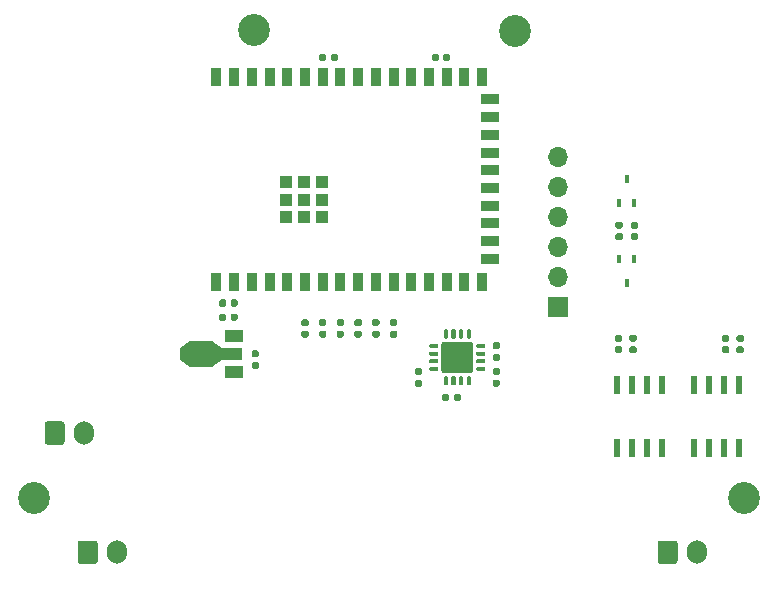
<source format=gbr>
%TF.GenerationSoftware,KiCad,Pcbnew,(5.1.9-0-10_14)*%
%TF.CreationDate,2021-03-21T21:38:48+11:00*%
%TF.ProjectId,Control Board,436f6e74-726f-46c2-9042-6f6172642e6b,rev?*%
%TF.SameCoordinates,Original*%
%TF.FileFunction,Soldermask,Top*%
%TF.FilePolarity,Negative*%
%FSLAX46Y46*%
G04 Gerber Fmt 4.6, Leading zero omitted, Abs format (unit mm)*
G04 Created by KiCad (PCBNEW (5.1.9-0-10_14)) date 2021-03-21 21:38:48*
%MOMM*%
%LPD*%
G01*
G04 APERTURE LIST*
%ADD10C,2.700000*%
%ADD11O,1.700000X1.700000*%
%ADD12R,1.700000X1.700000*%
%ADD13R,0.600000X1.550000*%
%ADD14R,1.100000X1.100000*%
%ADD15R,1.500000X0.900000*%
%ADD16R,0.900000X1.500000*%
%ADD17C,0.100000*%
%ADD18R,1.500000X1.000000*%
%ADD19R,1.800000X1.000000*%
%ADD20R,1.840000X2.200000*%
%ADD21R,0.450000X0.700000*%
%ADD22O,1.700000X2.000000*%
G04 APERTURE END LIST*
D10*
%TO.C,REF\u002A\u002A*%
X139300000Y-142000000D03*
%TD*%
%TO.C,REF\u002A\u002A*%
X79200000Y-142000000D03*
%TD*%
%TO.C,REF\u002A\u002A*%
X119900000Y-102500000D03*
%TD*%
%TO.C,REF\u002A\u002A*%
X97800000Y-102400000D03*
%TD*%
%TO.C,U1*%
G36*
G01*
X116150000Y-131787500D02*
X116150000Y-132387500D01*
G75*
G02*
X116062500Y-132475000I-87500J0D01*
G01*
X115887500Y-132475000D01*
G75*
G02*
X115800000Y-132387500I0J87500D01*
G01*
X115800000Y-131787500D01*
G75*
G02*
X115887500Y-131700000I87500J0D01*
G01*
X116062500Y-131700000D01*
G75*
G02*
X116150000Y-131787500I0J-87500D01*
G01*
G37*
G36*
G01*
X115500000Y-131787500D02*
X115500000Y-132387500D01*
G75*
G02*
X115412500Y-132475000I-87500J0D01*
G01*
X115237500Y-132475000D01*
G75*
G02*
X115150000Y-132387500I0J87500D01*
G01*
X115150000Y-131787500D01*
G75*
G02*
X115237500Y-131700000I87500J0D01*
G01*
X115412500Y-131700000D01*
G75*
G02*
X115500000Y-131787500I0J-87500D01*
G01*
G37*
G36*
G01*
X114850000Y-131787500D02*
X114850000Y-132387500D01*
G75*
G02*
X114762500Y-132475000I-87500J0D01*
G01*
X114587500Y-132475000D01*
G75*
G02*
X114500000Y-132387500I0J87500D01*
G01*
X114500000Y-131787500D01*
G75*
G02*
X114587500Y-131700000I87500J0D01*
G01*
X114762500Y-131700000D01*
G75*
G02*
X114850000Y-131787500I0J-87500D01*
G01*
G37*
G36*
G01*
X114200000Y-131787500D02*
X114200000Y-132387500D01*
G75*
G02*
X114112500Y-132475000I-87500J0D01*
G01*
X113937500Y-132475000D01*
G75*
G02*
X113850000Y-132387500I0J87500D01*
G01*
X113850000Y-131787500D01*
G75*
G02*
X113937500Y-131700000I87500J0D01*
G01*
X114112500Y-131700000D01*
G75*
G02*
X114200000Y-131787500I0J-87500D01*
G01*
G37*
G36*
G01*
X113400000Y-130987500D02*
X113400000Y-131162500D01*
G75*
G02*
X113312500Y-131250000I-87500J0D01*
G01*
X112712500Y-131250000D01*
G75*
G02*
X112625000Y-131162500I0J87500D01*
G01*
X112625000Y-130987500D01*
G75*
G02*
X112712500Y-130900000I87500J0D01*
G01*
X113312500Y-130900000D01*
G75*
G02*
X113400000Y-130987500I0J-87500D01*
G01*
G37*
G36*
G01*
X113400000Y-130337500D02*
X113400000Y-130512500D01*
G75*
G02*
X113312500Y-130600000I-87500J0D01*
G01*
X112712500Y-130600000D01*
G75*
G02*
X112625000Y-130512500I0J87500D01*
G01*
X112625000Y-130337500D01*
G75*
G02*
X112712500Y-130250000I87500J0D01*
G01*
X113312500Y-130250000D01*
G75*
G02*
X113400000Y-130337500I0J-87500D01*
G01*
G37*
G36*
G01*
X113400000Y-129687500D02*
X113400000Y-129862500D01*
G75*
G02*
X113312500Y-129950000I-87500J0D01*
G01*
X112712500Y-129950000D01*
G75*
G02*
X112625000Y-129862500I0J87500D01*
G01*
X112625000Y-129687500D01*
G75*
G02*
X112712500Y-129600000I87500J0D01*
G01*
X113312500Y-129600000D01*
G75*
G02*
X113400000Y-129687500I0J-87500D01*
G01*
G37*
G36*
G01*
X113400000Y-129037500D02*
X113400000Y-129212500D01*
G75*
G02*
X113312500Y-129300000I-87500J0D01*
G01*
X112712500Y-129300000D01*
G75*
G02*
X112625000Y-129212500I0J87500D01*
G01*
X112625000Y-129037500D01*
G75*
G02*
X112712500Y-128950000I87500J0D01*
G01*
X113312500Y-128950000D01*
G75*
G02*
X113400000Y-129037500I0J-87500D01*
G01*
G37*
G36*
G01*
X114200000Y-127812500D02*
X114200000Y-128412500D01*
G75*
G02*
X114112500Y-128500000I-87500J0D01*
G01*
X113937500Y-128500000D01*
G75*
G02*
X113850000Y-128412500I0J87500D01*
G01*
X113850000Y-127812500D01*
G75*
G02*
X113937500Y-127725000I87500J0D01*
G01*
X114112500Y-127725000D01*
G75*
G02*
X114200000Y-127812500I0J-87500D01*
G01*
G37*
G36*
G01*
X114850000Y-127812500D02*
X114850000Y-128412500D01*
G75*
G02*
X114762500Y-128500000I-87500J0D01*
G01*
X114587500Y-128500000D01*
G75*
G02*
X114500000Y-128412500I0J87500D01*
G01*
X114500000Y-127812500D01*
G75*
G02*
X114587500Y-127725000I87500J0D01*
G01*
X114762500Y-127725000D01*
G75*
G02*
X114850000Y-127812500I0J-87500D01*
G01*
G37*
G36*
G01*
X115500000Y-127812500D02*
X115500000Y-128412500D01*
G75*
G02*
X115412500Y-128500000I-87500J0D01*
G01*
X115237500Y-128500000D01*
G75*
G02*
X115150000Y-128412500I0J87500D01*
G01*
X115150000Y-127812500D01*
G75*
G02*
X115237500Y-127725000I87500J0D01*
G01*
X115412500Y-127725000D01*
G75*
G02*
X115500000Y-127812500I0J-87500D01*
G01*
G37*
G36*
G01*
X116150000Y-127812500D02*
X116150000Y-128412500D01*
G75*
G02*
X116062500Y-128500000I-87500J0D01*
G01*
X115887500Y-128500000D01*
G75*
G02*
X115800000Y-128412500I0J87500D01*
G01*
X115800000Y-127812500D01*
G75*
G02*
X115887500Y-127725000I87500J0D01*
G01*
X116062500Y-127725000D01*
G75*
G02*
X116150000Y-127812500I0J-87500D01*
G01*
G37*
G36*
G01*
X117375000Y-129037500D02*
X117375000Y-129212500D01*
G75*
G02*
X117287500Y-129300000I-87500J0D01*
G01*
X116687500Y-129300000D01*
G75*
G02*
X116600000Y-129212500I0J87500D01*
G01*
X116600000Y-129037500D01*
G75*
G02*
X116687500Y-128950000I87500J0D01*
G01*
X117287500Y-128950000D01*
G75*
G02*
X117375000Y-129037500I0J-87500D01*
G01*
G37*
G36*
G01*
X117375000Y-129687500D02*
X117375000Y-129862500D01*
G75*
G02*
X117287500Y-129950000I-87500J0D01*
G01*
X116687500Y-129950000D01*
G75*
G02*
X116600000Y-129862500I0J87500D01*
G01*
X116600000Y-129687500D01*
G75*
G02*
X116687500Y-129600000I87500J0D01*
G01*
X117287500Y-129600000D01*
G75*
G02*
X117375000Y-129687500I0J-87500D01*
G01*
G37*
G36*
G01*
X117375000Y-130337500D02*
X117375000Y-130512500D01*
G75*
G02*
X117287500Y-130600000I-87500J0D01*
G01*
X116687500Y-130600000D01*
G75*
G02*
X116600000Y-130512500I0J87500D01*
G01*
X116600000Y-130337500D01*
G75*
G02*
X116687500Y-130250000I87500J0D01*
G01*
X117287500Y-130250000D01*
G75*
G02*
X117375000Y-130337500I0J-87500D01*
G01*
G37*
G36*
G01*
X117375000Y-130987500D02*
X117375000Y-131162500D01*
G75*
G02*
X117287500Y-131250000I-87500J0D01*
G01*
X116687500Y-131250000D01*
G75*
G02*
X116600000Y-131162500I0J87500D01*
G01*
X116600000Y-130987500D01*
G75*
G02*
X116687500Y-130900000I87500J0D01*
G01*
X117287500Y-130900000D01*
G75*
G02*
X117375000Y-130987500I0J-87500D01*
G01*
G37*
G36*
G01*
X116350000Y-129000001D02*
X116350000Y-131199999D01*
G75*
G02*
X116099999Y-131450000I-250001J0D01*
G01*
X113900001Y-131450000D01*
G75*
G02*
X113650000Y-131199999I0J250001D01*
G01*
X113650000Y-129000001D01*
G75*
G02*
X113900001Y-128750000I250001J0D01*
G01*
X116099999Y-128750000D01*
G75*
G02*
X116350000Y-129000001I0J-250001D01*
G01*
G37*
%TD*%
%TO.C,C2*%
G36*
G01*
X97727500Y-129505000D02*
X98072500Y-129505000D01*
G75*
G02*
X98220000Y-129652500I0J-147500D01*
G01*
X98220000Y-129947500D01*
G75*
G02*
X98072500Y-130095000I-147500J0D01*
G01*
X97727500Y-130095000D01*
G75*
G02*
X97580000Y-129947500I0J147500D01*
G01*
X97580000Y-129652500D01*
G75*
G02*
X97727500Y-129505000I147500J0D01*
G01*
G37*
G36*
G01*
X97727500Y-130475000D02*
X98072500Y-130475000D01*
G75*
G02*
X98220000Y-130622500I0J-147500D01*
G01*
X98220000Y-130917500D01*
G75*
G02*
X98072500Y-131065000I-147500J0D01*
G01*
X97727500Y-131065000D01*
G75*
G02*
X97580000Y-130917500I0J147500D01*
G01*
X97580000Y-130622500D01*
G75*
G02*
X97727500Y-130475000I147500J0D01*
G01*
G37*
%TD*%
D11*
%TO.C,J1*%
X123500000Y-113120000D03*
X123500000Y-115660000D03*
X123500000Y-118200000D03*
X123500000Y-120740000D03*
X123500000Y-123280000D03*
D12*
X123500000Y-125820000D03*
%TD*%
D13*
%TO.C,Q4*%
X138870000Y-132400000D03*
X137600000Y-132400000D03*
X136330000Y-132400000D03*
X135060000Y-132400000D03*
X135060000Y-137800000D03*
X136330000Y-137800000D03*
X137600000Y-137800000D03*
X138870000Y-137800000D03*
%TD*%
%TO.C,Q1*%
X132340000Y-137800000D03*
X131070000Y-137800000D03*
X129800000Y-137800000D03*
X128530000Y-137800000D03*
X128530000Y-132400000D03*
X129800000Y-132400000D03*
X131070000Y-132400000D03*
X132340000Y-132400000D03*
%TD*%
%TO.C,R1*%
G36*
G01*
X111527500Y-131990000D02*
X111872500Y-131990000D01*
G75*
G02*
X112020000Y-132137500I0J-147500D01*
G01*
X112020000Y-132432500D01*
G75*
G02*
X111872500Y-132580000I-147500J0D01*
G01*
X111527500Y-132580000D01*
G75*
G02*
X111380000Y-132432500I0J147500D01*
G01*
X111380000Y-132137500D01*
G75*
G02*
X111527500Y-131990000I147500J0D01*
G01*
G37*
G36*
G01*
X111527500Y-131020000D02*
X111872500Y-131020000D01*
G75*
G02*
X112020000Y-131167500I0J-147500D01*
G01*
X112020000Y-131462500D01*
G75*
G02*
X111872500Y-131610000I-147500J0D01*
G01*
X111527500Y-131610000D01*
G75*
G02*
X111380000Y-131462500I0J147500D01*
G01*
X111380000Y-131167500D01*
G75*
G02*
X111527500Y-131020000I147500J0D01*
G01*
G37*
%TD*%
D14*
%TO.C,U3*%
X103500000Y-115240000D03*
X103500000Y-116740000D03*
X103500000Y-118240000D03*
X102000000Y-115240000D03*
X102000000Y-116740000D03*
X102000000Y-118240000D03*
X100500000Y-115240000D03*
X100500000Y-116740000D03*
X100500000Y-118240000D03*
D15*
X117800000Y-108250000D03*
X117800000Y-109750000D03*
X117800000Y-111250000D03*
X117800000Y-112750000D03*
X117800000Y-114250000D03*
X117800000Y-115750000D03*
X117800000Y-117250000D03*
X117800000Y-118750000D03*
X117800000Y-120250000D03*
X117800000Y-121750000D03*
D16*
X117100000Y-106350000D03*
X117100000Y-123750000D03*
X115600000Y-106350000D03*
X115600000Y-123750000D03*
X114100000Y-106350000D03*
X114100000Y-123750000D03*
X112600000Y-106350000D03*
X112600000Y-123750000D03*
X111100000Y-106350000D03*
X111100000Y-123750000D03*
X109600000Y-106350000D03*
X109600000Y-123750000D03*
X108100000Y-106350000D03*
X108100000Y-123750000D03*
X106600000Y-106350000D03*
X106600000Y-123750000D03*
X105100000Y-106350000D03*
X105100000Y-123750000D03*
X103600000Y-106350000D03*
X103600000Y-123750000D03*
X102100000Y-106350000D03*
X102100000Y-123750000D03*
X100600000Y-106350000D03*
X100600000Y-123750000D03*
X99100000Y-106350000D03*
X99100000Y-123750000D03*
X97600000Y-106350000D03*
X97600000Y-123750000D03*
X96100000Y-106350000D03*
X96100000Y-123750000D03*
X94600000Y-106350000D03*
X94600000Y-123750000D03*
%TD*%
%TO.C,C1*%
G36*
G01*
X118472500Y-129410000D02*
X118127500Y-129410000D01*
G75*
G02*
X117980000Y-129262500I0J147500D01*
G01*
X117980000Y-128967500D01*
G75*
G02*
X118127500Y-128820000I147500J0D01*
G01*
X118472500Y-128820000D01*
G75*
G02*
X118620000Y-128967500I0J-147500D01*
G01*
X118620000Y-129262500D01*
G75*
G02*
X118472500Y-129410000I-147500J0D01*
G01*
G37*
G36*
G01*
X118472500Y-130380000D02*
X118127500Y-130380000D01*
G75*
G02*
X117980000Y-130232500I0J147500D01*
G01*
X117980000Y-129937500D01*
G75*
G02*
X118127500Y-129790000I147500J0D01*
G01*
X118472500Y-129790000D01*
G75*
G02*
X118620000Y-129937500I0J-147500D01*
G01*
X118620000Y-130232500D01*
G75*
G02*
X118472500Y-130380000I-147500J0D01*
G01*
G37*
%TD*%
%TO.C,C4*%
G36*
G01*
X96395000Y-125327500D02*
X96395000Y-125672500D01*
G75*
G02*
X96247500Y-125820000I-147500J0D01*
G01*
X95952500Y-125820000D01*
G75*
G02*
X95805000Y-125672500I0J147500D01*
G01*
X95805000Y-125327500D01*
G75*
G02*
X95952500Y-125180000I147500J0D01*
G01*
X96247500Y-125180000D01*
G75*
G02*
X96395000Y-125327500I0J-147500D01*
G01*
G37*
G36*
G01*
X95425000Y-125327500D02*
X95425000Y-125672500D01*
G75*
G02*
X95277500Y-125820000I-147500J0D01*
G01*
X94982500Y-125820000D01*
G75*
G02*
X94835000Y-125672500I0J147500D01*
G01*
X94835000Y-125327500D01*
G75*
G02*
X94982500Y-125180000I147500J0D01*
G01*
X95277500Y-125180000D01*
G75*
G02*
X95425000Y-125327500I0J-147500D01*
G01*
G37*
%TD*%
%TO.C,C5*%
G36*
G01*
X96395000Y-126527500D02*
X96395000Y-126872500D01*
G75*
G02*
X96247500Y-127020000I-147500J0D01*
G01*
X95952500Y-127020000D01*
G75*
G02*
X95805000Y-126872500I0J147500D01*
G01*
X95805000Y-126527500D01*
G75*
G02*
X95952500Y-126380000I147500J0D01*
G01*
X96247500Y-126380000D01*
G75*
G02*
X96395000Y-126527500I0J-147500D01*
G01*
G37*
G36*
G01*
X95425000Y-126527500D02*
X95425000Y-126872500D01*
G75*
G02*
X95277500Y-127020000I-147500J0D01*
G01*
X94982500Y-127020000D01*
G75*
G02*
X94835000Y-126872500I0J147500D01*
G01*
X94835000Y-126527500D01*
G75*
G02*
X94982500Y-126380000I147500J0D01*
G01*
X95277500Y-126380000D01*
G75*
G02*
X95425000Y-126527500I0J-147500D01*
G01*
G37*
%TD*%
%TO.C,R2*%
G36*
G01*
X129707500Y-129158332D02*
X130052500Y-129158332D01*
G75*
G02*
X130200000Y-129305832I0J-147500D01*
G01*
X130200000Y-129600832D01*
G75*
G02*
X130052500Y-129748332I-147500J0D01*
G01*
X129707500Y-129748332D01*
G75*
G02*
X129560000Y-129600832I0J147500D01*
G01*
X129560000Y-129305832D01*
G75*
G02*
X129707500Y-129158332I147500J0D01*
G01*
G37*
G36*
G01*
X129707500Y-128188332D02*
X130052500Y-128188332D01*
G75*
G02*
X130200000Y-128335832I0J-147500D01*
G01*
X130200000Y-128630832D01*
G75*
G02*
X130052500Y-128778332I-147500J0D01*
G01*
X129707500Y-128778332D01*
G75*
G02*
X129560000Y-128630832I0J147500D01*
G01*
X129560000Y-128335832D01*
G75*
G02*
X129707500Y-128188332I147500J0D01*
G01*
G37*
%TD*%
%TO.C,R3*%
G36*
G01*
X128822500Y-128778332D02*
X128477500Y-128778332D01*
G75*
G02*
X128330000Y-128630832I0J147500D01*
G01*
X128330000Y-128335832D01*
G75*
G02*
X128477500Y-128188332I147500J0D01*
G01*
X128822500Y-128188332D01*
G75*
G02*
X128970000Y-128335832I0J-147500D01*
G01*
X128970000Y-128630832D01*
G75*
G02*
X128822500Y-128778332I-147500J0D01*
G01*
G37*
G36*
G01*
X128822500Y-129748332D02*
X128477500Y-129748332D01*
G75*
G02*
X128330000Y-129600832I0J147500D01*
G01*
X128330000Y-129305832D01*
G75*
G02*
X128477500Y-129158332I147500J0D01*
G01*
X128822500Y-129158332D01*
G75*
G02*
X128970000Y-129305832I0J-147500D01*
G01*
X128970000Y-129600832D01*
G75*
G02*
X128822500Y-129748332I-147500J0D01*
G01*
G37*
%TD*%
%TO.C,R4*%
G36*
G01*
X113425000Y-104527500D02*
X113425000Y-104872500D01*
G75*
G02*
X113277500Y-105020000I-147500J0D01*
G01*
X112982500Y-105020000D01*
G75*
G02*
X112835000Y-104872500I0J147500D01*
G01*
X112835000Y-104527500D01*
G75*
G02*
X112982500Y-104380000I147500J0D01*
G01*
X113277500Y-104380000D01*
G75*
G02*
X113425000Y-104527500I0J-147500D01*
G01*
G37*
G36*
G01*
X114395000Y-104527500D02*
X114395000Y-104872500D01*
G75*
G02*
X114247500Y-105020000I-147500J0D01*
G01*
X113952500Y-105020000D01*
G75*
G02*
X113805000Y-104872500I0J147500D01*
G01*
X113805000Y-104527500D01*
G75*
G02*
X113952500Y-104380000I147500J0D01*
G01*
X114247500Y-104380000D01*
G75*
G02*
X114395000Y-104527500I0J-147500D01*
G01*
G37*
%TD*%
%TO.C,R5*%
G36*
G01*
X104865000Y-104527500D02*
X104865000Y-104872500D01*
G75*
G02*
X104717500Y-105020000I-147500J0D01*
G01*
X104422500Y-105020000D01*
G75*
G02*
X104275000Y-104872500I0J147500D01*
G01*
X104275000Y-104527500D01*
G75*
G02*
X104422500Y-104380000I147500J0D01*
G01*
X104717500Y-104380000D01*
G75*
G02*
X104865000Y-104527500I0J-147500D01*
G01*
G37*
G36*
G01*
X103895000Y-104527500D02*
X103895000Y-104872500D01*
G75*
G02*
X103747500Y-105020000I-147500J0D01*
G01*
X103452500Y-105020000D01*
G75*
G02*
X103305000Y-104872500I0J147500D01*
G01*
X103305000Y-104527500D01*
G75*
G02*
X103452500Y-104380000I147500J0D01*
G01*
X103747500Y-104380000D01*
G75*
G02*
X103895000Y-104527500I0J-147500D01*
G01*
G37*
%TD*%
%TO.C,R6*%
G36*
G01*
X138777500Y-128188332D02*
X139122500Y-128188332D01*
G75*
G02*
X139270000Y-128335832I0J-147500D01*
G01*
X139270000Y-128630832D01*
G75*
G02*
X139122500Y-128778332I-147500J0D01*
G01*
X138777500Y-128778332D01*
G75*
G02*
X138630000Y-128630832I0J147500D01*
G01*
X138630000Y-128335832D01*
G75*
G02*
X138777500Y-128188332I147500J0D01*
G01*
G37*
G36*
G01*
X138777500Y-129158332D02*
X139122500Y-129158332D01*
G75*
G02*
X139270000Y-129305832I0J-147500D01*
G01*
X139270000Y-129600832D01*
G75*
G02*
X139122500Y-129748332I-147500J0D01*
G01*
X138777500Y-129748332D01*
G75*
G02*
X138630000Y-129600832I0J147500D01*
G01*
X138630000Y-129305832D01*
G75*
G02*
X138777500Y-129158332I147500J0D01*
G01*
G37*
%TD*%
%TO.C,R7*%
G36*
G01*
X128872500Y-120165000D02*
X128527500Y-120165000D01*
G75*
G02*
X128380000Y-120017500I0J147500D01*
G01*
X128380000Y-119722500D01*
G75*
G02*
X128527500Y-119575000I147500J0D01*
G01*
X128872500Y-119575000D01*
G75*
G02*
X129020000Y-119722500I0J-147500D01*
G01*
X129020000Y-120017500D01*
G75*
G02*
X128872500Y-120165000I-147500J0D01*
G01*
G37*
G36*
G01*
X128872500Y-119195000D02*
X128527500Y-119195000D01*
G75*
G02*
X128380000Y-119047500I0J147500D01*
G01*
X128380000Y-118752500D01*
G75*
G02*
X128527500Y-118605000I147500J0D01*
G01*
X128872500Y-118605000D01*
G75*
G02*
X129020000Y-118752500I0J-147500D01*
G01*
X129020000Y-119047500D01*
G75*
G02*
X128872500Y-119195000I-147500J0D01*
G01*
G37*
%TD*%
%TO.C,R8*%
G36*
G01*
X129827500Y-119575000D02*
X130172500Y-119575000D01*
G75*
G02*
X130320000Y-119722500I0J-147500D01*
G01*
X130320000Y-120017500D01*
G75*
G02*
X130172500Y-120165000I-147500J0D01*
G01*
X129827500Y-120165000D01*
G75*
G02*
X129680000Y-120017500I0J147500D01*
G01*
X129680000Y-119722500D01*
G75*
G02*
X129827500Y-119575000I147500J0D01*
G01*
G37*
G36*
G01*
X129827500Y-118605000D02*
X130172500Y-118605000D01*
G75*
G02*
X130320000Y-118752500I0J-147500D01*
G01*
X130320000Y-119047500D01*
G75*
G02*
X130172500Y-119195000I-147500J0D01*
G01*
X129827500Y-119195000D01*
G75*
G02*
X129680000Y-119047500I0J147500D01*
G01*
X129680000Y-118752500D01*
G75*
G02*
X129827500Y-118605000I147500J0D01*
G01*
G37*
%TD*%
%TO.C,R9*%
G36*
G01*
X137547500Y-128188332D02*
X137892500Y-128188332D01*
G75*
G02*
X138040000Y-128335832I0J-147500D01*
G01*
X138040000Y-128630832D01*
G75*
G02*
X137892500Y-128778332I-147500J0D01*
G01*
X137547500Y-128778332D01*
G75*
G02*
X137400000Y-128630832I0J147500D01*
G01*
X137400000Y-128335832D01*
G75*
G02*
X137547500Y-128188332I147500J0D01*
G01*
G37*
G36*
G01*
X137547500Y-129158332D02*
X137892500Y-129158332D01*
G75*
G02*
X138040000Y-129305832I0J-147500D01*
G01*
X138040000Y-129600832D01*
G75*
G02*
X137892500Y-129748332I-147500J0D01*
G01*
X137547500Y-129748332D01*
G75*
G02*
X137400000Y-129600832I0J147500D01*
G01*
X137400000Y-129305832D01*
G75*
G02*
X137547500Y-129158332I147500J0D01*
G01*
G37*
%TD*%
D17*
%TO.C,U2*%
G36*
X92378000Y-130900000D02*
G01*
X91528000Y-130300000D01*
X91528000Y-129300000D01*
X92378000Y-128700000D01*
X92378000Y-130900000D01*
G37*
D18*
X96100000Y-131300000D03*
D19*
X95953500Y-129800000D03*
D18*
X96100000Y-128300000D03*
D20*
X93286500Y-129800000D03*
D17*
G36*
X94196200Y-128700000D02*
G01*
X95196200Y-129400000D01*
X95196200Y-130200000D01*
X94196200Y-130900000D01*
X94196200Y-128700000D01*
G37*
%TD*%
D21*
%TO.C,Q2*%
X129350000Y-115000000D03*
X130000000Y-117000000D03*
X128700000Y-117000000D03*
%TD*%
%TO.C,Q3*%
X130000000Y-121800000D03*
X128700000Y-121800000D03*
X129350000Y-123800000D03*
%TD*%
%TO.C,M1*%
G36*
G01*
X131950000Y-147350000D02*
X131950000Y-145850000D01*
G75*
G02*
X132200000Y-145600000I250000J0D01*
G01*
X133400000Y-145600000D01*
G75*
G02*
X133650000Y-145850000I0J-250000D01*
G01*
X133650000Y-147350000D01*
G75*
G02*
X133400000Y-147600000I-250000J0D01*
G01*
X132200000Y-147600000D01*
G75*
G02*
X131950000Y-147350000I0J250000D01*
G01*
G37*
D22*
X135300000Y-146600000D03*
%TD*%
%TO.C,BT1*%
G36*
G01*
X82850000Y-147350000D02*
X82850000Y-145850000D01*
G75*
G02*
X83100000Y-145600000I250000J0D01*
G01*
X84300000Y-145600000D01*
G75*
G02*
X84550000Y-145850000I0J-250000D01*
G01*
X84550000Y-147350000D01*
G75*
G02*
X84300000Y-147600000I-250000J0D01*
G01*
X83100000Y-147600000D01*
G75*
G02*
X82850000Y-147350000I0J250000D01*
G01*
G37*
X86200000Y-146600000D03*
%TD*%
%TO.C,J2*%
G36*
G01*
X80050000Y-137250000D02*
X80050000Y-135750000D01*
G75*
G02*
X80300000Y-135500000I250000J0D01*
G01*
X81500000Y-135500000D01*
G75*
G02*
X81750000Y-135750000I0J-250000D01*
G01*
X81750000Y-137250000D01*
G75*
G02*
X81500000Y-137500000I-250000J0D01*
G01*
X80300000Y-137500000D01*
G75*
G02*
X80050000Y-137250000I0J250000D01*
G01*
G37*
X83400000Y-136500000D03*
%TD*%
%TO.C,R10*%
G36*
G01*
X102272500Y-127445000D02*
X101927500Y-127445000D01*
G75*
G02*
X101780000Y-127297500I0J147500D01*
G01*
X101780000Y-127002500D01*
G75*
G02*
X101927500Y-126855000I147500J0D01*
G01*
X102272500Y-126855000D01*
G75*
G02*
X102420000Y-127002500I0J-147500D01*
G01*
X102420000Y-127297500D01*
G75*
G02*
X102272500Y-127445000I-147500J0D01*
G01*
G37*
G36*
G01*
X102272500Y-128415000D02*
X101927500Y-128415000D01*
G75*
G02*
X101780000Y-128267500I0J147500D01*
G01*
X101780000Y-127972500D01*
G75*
G02*
X101927500Y-127825000I147500J0D01*
G01*
X102272500Y-127825000D01*
G75*
G02*
X102420000Y-127972500I0J-147500D01*
G01*
X102420000Y-128267500D01*
G75*
G02*
X102272500Y-128415000I-147500J0D01*
G01*
G37*
%TD*%
%TO.C,R11*%
G36*
G01*
X103772500Y-128415000D02*
X103427500Y-128415000D01*
G75*
G02*
X103280000Y-128267500I0J147500D01*
G01*
X103280000Y-127972500D01*
G75*
G02*
X103427500Y-127825000I147500J0D01*
G01*
X103772500Y-127825000D01*
G75*
G02*
X103920000Y-127972500I0J-147500D01*
G01*
X103920000Y-128267500D01*
G75*
G02*
X103772500Y-128415000I-147500J0D01*
G01*
G37*
G36*
G01*
X103772500Y-127445000D02*
X103427500Y-127445000D01*
G75*
G02*
X103280000Y-127297500I0J147500D01*
G01*
X103280000Y-127002500D01*
G75*
G02*
X103427500Y-126855000I147500J0D01*
G01*
X103772500Y-126855000D01*
G75*
G02*
X103920000Y-127002500I0J-147500D01*
G01*
X103920000Y-127297500D01*
G75*
G02*
X103772500Y-127445000I-147500J0D01*
G01*
G37*
%TD*%
%TO.C,R12*%
G36*
G01*
X105272500Y-127445000D02*
X104927500Y-127445000D01*
G75*
G02*
X104780000Y-127297500I0J147500D01*
G01*
X104780000Y-127002500D01*
G75*
G02*
X104927500Y-126855000I147500J0D01*
G01*
X105272500Y-126855000D01*
G75*
G02*
X105420000Y-127002500I0J-147500D01*
G01*
X105420000Y-127297500D01*
G75*
G02*
X105272500Y-127445000I-147500J0D01*
G01*
G37*
G36*
G01*
X105272500Y-128415000D02*
X104927500Y-128415000D01*
G75*
G02*
X104780000Y-128267500I0J147500D01*
G01*
X104780000Y-127972500D01*
G75*
G02*
X104927500Y-127825000I147500J0D01*
G01*
X105272500Y-127825000D01*
G75*
G02*
X105420000Y-127972500I0J-147500D01*
G01*
X105420000Y-128267500D01*
G75*
G02*
X105272500Y-128415000I-147500J0D01*
G01*
G37*
%TD*%
%TO.C,R13*%
G36*
G01*
X106772500Y-128415000D02*
X106427500Y-128415000D01*
G75*
G02*
X106280000Y-128267500I0J147500D01*
G01*
X106280000Y-127972500D01*
G75*
G02*
X106427500Y-127825000I147500J0D01*
G01*
X106772500Y-127825000D01*
G75*
G02*
X106920000Y-127972500I0J-147500D01*
G01*
X106920000Y-128267500D01*
G75*
G02*
X106772500Y-128415000I-147500J0D01*
G01*
G37*
G36*
G01*
X106772500Y-127445000D02*
X106427500Y-127445000D01*
G75*
G02*
X106280000Y-127297500I0J147500D01*
G01*
X106280000Y-127002500D01*
G75*
G02*
X106427500Y-126855000I147500J0D01*
G01*
X106772500Y-126855000D01*
G75*
G02*
X106920000Y-127002500I0J-147500D01*
G01*
X106920000Y-127297500D01*
G75*
G02*
X106772500Y-127445000I-147500J0D01*
G01*
G37*
%TD*%
%TO.C,R14*%
G36*
G01*
X108272500Y-127445000D02*
X107927500Y-127445000D01*
G75*
G02*
X107780000Y-127297500I0J147500D01*
G01*
X107780000Y-127002500D01*
G75*
G02*
X107927500Y-126855000I147500J0D01*
G01*
X108272500Y-126855000D01*
G75*
G02*
X108420000Y-127002500I0J-147500D01*
G01*
X108420000Y-127297500D01*
G75*
G02*
X108272500Y-127445000I-147500J0D01*
G01*
G37*
G36*
G01*
X108272500Y-128415000D02*
X107927500Y-128415000D01*
G75*
G02*
X107780000Y-128267500I0J147500D01*
G01*
X107780000Y-127972500D01*
G75*
G02*
X107927500Y-127825000I147500J0D01*
G01*
X108272500Y-127825000D01*
G75*
G02*
X108420000Y-127972500I0J-147500D01*
G01*
X108420000Y-128267500D01*
G75*
G02*
X108272500Y-128415000I-147500J0D01*
G01*
G37*
%TD*%
%TO.C,R15*%
G36*
G01*
X109772500Y-128415000D02*
X109427500Y-128415000D01*
G75*
G02*
X109280000Y-128267500I0J147500D01*
G01*
X109280000Y-127972500D01*
G75*
G02*
X109427500Y-127825000I147500J0D01*
G01*
X109772500Y-127825000D01*
G75*
G02*
X109920000Y-127972500I0J-147500D01*
G01*
X109920000Y-128267500D01*
G75*
G02*
X109772500Y-128415000I-147500J0D01*
G01*
G37*
G36*
G01*
X109772500Y-127445000D02*
X109427500Y-127445000D01*
G75*
G02*
X109280000Y-127297500I0J147500D01*
G01*
X109280000Y-127002500D01*
G75*
G02*
X109427500Y-126855000I147500J0D01*
G01*
X109772500Y-126855000D01*
G75*
G02*
X109920000Y-127002500I0J-147500D01*
G01*
X109920000Y-127297500D01*
G75*
G02*
X109772500Y-127445000I-147500J0D01*
G01*
G37*
%TD*%
%TO.C,C3*%
G36*
G01*
X113730000Y-133672500D02*
X113730000Y-133327500D01*
G75*
G02*
X113877500Y-133180000I147500J0D01*
G01*
X114172500Y-133180000D01*
G75*
G02*
X114320000Y-133327500I0J-147500D01*
G01*
X114320000Y-133672500D01*
G75*
G02*
X114172500Y-133820000I-147500J0D01*
G01*
X113877500Y-133820000D01*
G75*
G02*
X113730000Y-133672500I0J147500D01*
G01*
G37*
G36*
G01*
X114700000Y-133672500D02*
X114700000Y-133327500D01*
G75*
G02*
X114847500Y-133180000I147500J0D01*
G01*
X115142500Y-133180000D01*
G75*
G02*
X115290000Y-133327500I0J-147500D01*
G01*
X115290000Y-133672500D01*
G75*
G02*
X115142500Y-133820000I-147500J0D01*
G01*
X114847500Y-133820000D01*
G75*
G02*
X114700000Y-133672500I0J147500D01*
G01*
G37*
%TD*%
%TO.C,R16*%
G36*
G01*
X118472500Y-132565000D02*
X118127500Y-132565000D01*
G75*
G02*
X117980000Y-132417500I0J147500D01*
G01*
X117980000Y-132122500D01*
G75*
G02*
X118127500Y-131975000I147500J0D01*
G01*
X118472500Y-131975000D01*
G75*
G02*
X118620000Y-132122500I0J-147500D01*
G01*
X118620000Y-132417500D01*
G75*
G02*
X118472500Y-132565000I-147500J0D01*
G01*
G37*
G36*
G01*
X118472500Y-131595000D02*
X118127500Y-131595000D01*
G75*
G02*
X117980000Y-131447500I0J147500D01*
G01*
X117980000Y-131152500D01*
G75*
G02*
X118127500Y-131005000I147500J0D01*
G01*
X118472500Y-131005000D01*
G75*
G02*
X118620000Y-131152500I0J-147500D01*
G01*
X118620000Y-131447500D01*
G75*
G02*
X118472500Y-131595000I-147500J0D01*
G01*
G37*
%TD*%
M02*

</source>
